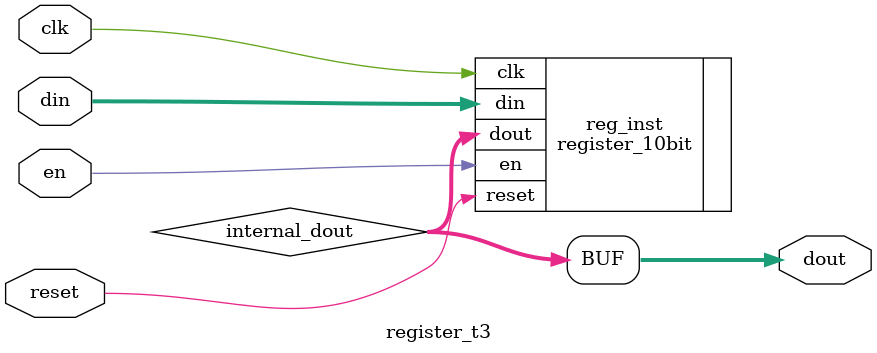
<source format=v>
`timescale 1 ns/1 ps
module register_t3(
    output wire [9:0] dout,
    input wire clk, reset, en,
    input wire [9:0] din );
    
    wire [9:0] internal_dout;
    
    register_10bit reg_inst(.clk(clk), .reset(reset), .en(en), .dout(internal_dout), .din(din));
    
    assign dout = internal_dout;
endmodule
</source>
